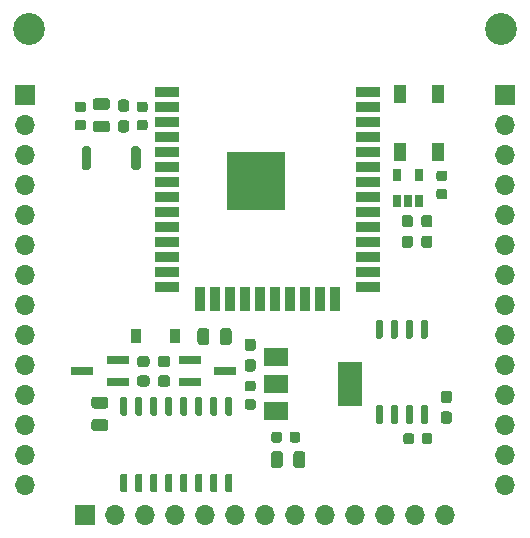
<source format=gts>
G04 #@! TF.GenerationSoftware,KiCad,Pcbnew,(5.1.8)-1*
G04 #@! TF.CreationDate,2022-05-07T10:28:52+02:00*
G04 #@! TF.ProjectId,SuperPower-uC-KiCad,53757065-7250-46f7-9765-722d75432d4b,rev?*
G04 #@! TF.SameCoordinates,Original*
G04 #@! TF.FileFunction,Soldermask,Top*
G04 #@! TF.FilePolarity,Negative*
%FSLAX46Y46*%
G04 Gerber Fmt 4.6, Leading zero omitted, Abs format (unit mm)*
G04 Created by KiCad (PCBNEW (5.1.8)-1) date 2022-05-07 10:28:52*
%MOMM*%
%LPD*%
G01*
G04 APERTURE LIST*
%ADD10R,0.650000X1.060000*%
%ADD11R,1.000000X1.500000*%
%ADD12C,2.700000*%
%ADD13O,1.700000X1.700000*%
%ADD14R,1.700000X1.700000*%
%ADD15R,2.000000X0.900000*%
%ADD16R,0.900000X2.000000*%
%ADD17R,5.000000X5.000000*%
%ADD18R,2.000000X1.500000*%
%ADD19R,2.000000X3.800000*%
%ADD20R,1.900000X0.800000*%
%ADD21R,0.900000X1.200000*%
G04 APERTURE END LIST*
G36*
G01*
X161716600Y-110867000D02*
X161716600Y-110367000D01*
G75*
G02*
X161941600Y-110142000I225000J0D01*
G01*
X162391600Y-110142000D01*
G75*
G02*
X162616600Y-110367000I0J-225000D01*
G01*
X162616600Y-110867000D01*
G75*
G02*
X162391600Y-111092000I-225000J0D01*
G01*
X161941600Y-111092000D01*
G75*
G02*
X161716600Y-110867000I0J225000D01*
G01*
G37*
G36*
G01*
X160166600Y-110867000D02*
X160166600Y-110367000D01*
G75*
G02*
X160391600Y-110142000I225000J0D01*
G01*
X160841600Y-110142000D01*
G75*
G02*
X161066600Y-110367000I0J-225000D01*
G01*
X161066600Y-110867000D01*
G75*
G02*
X160841600Y-111092000I-225000J0D01*
G01*
X160391600Y-111092000D01*
G75*
G02*
X160166600Y-110867000I0J225000D01*
G01*
G37*
G36*
G01*
X163173600Y-89465000D02*
X163673600Y-89465000D01*
G75*
G02*
X163898600Y-89690000I0J-225000D01*
G01*
X163898600Y-90140000D01*
G75*
G02*
X163673600Y-90365000I-225000J0D01*
G01*
X163173600Y-90365000D01*
G75*
G02*
X162948600Y-90140000I0J225000D01*
G01*
X162948600Y-89690000D01*
G75*
G02*
X163173600Y-89465000I225000J0D01*
G01*
G37*
G36*
G01*
X163173600Y-87915000D02*
X163673600Y-87915000D01*
G75*
G02*
X163898600Y-88140000I0J-225000D01*
G01*
X163898600Y-88590000D01*
G75*
G02*
X163673600Y-88815000I-225000J0D01*
G01*
X163173600Y-88815000D01*
G75*
G02*
X162948600Y-88590000I0J225000D01*
G01*
X162948600Y-88140000D01*
G75*
G02*
X163173600Y-87915000I225000J0D01*
G01*
G37*
G36*
G01*
X138299000Y-82973000D02*
X137799000Y-82973000D01*
G75*
G02*
X137574000Y-82748000I0J225000D01*
G01*
X137574000Y-82298000D01*
G75*
G02*
X137799000Y-82073000I225000J0D01*
G01*
X138299000Y-82073000D01*
G75*
G02*
X138524000Y-82298000I0J-225000D01*
G01*
X138524000Y-82748000D01*
G75*
G02*
X138299000Y-82973000I-225000J0D01*
G01*
G37*
G36*
G01*
X138299000Y-84523000D02*
X137799000Y-84523000D01*
G75*
G02*
X137574000Y-84298000I0J225000D01*
G01*
X137574000Y-83848000D01*
G75*
G02*
X137799000Y-83623000I225000J0D01*
G01*
X138299000Y-83623000D01*
G75*
G02*
X138524000Y-83848000I0J-225000D01*
G01*
X138524000Y-84298000D01*
G75*
G02*
X138299000Y-84523000I-225000J0D01*
G01*
G37*
G36*
G01*
X133066600Y-82973000D02*
X132566600Y-82973000D01*
G75*
G02*
X132341600Y-82748000I0J225000D01*
G01*
X132341600Y-82298000D01*
G75*
G02*
X132566600Y-82073000I225000J0D01*
G01*
X133066600Y-82073000D01*
G75*
G02*
X133291600Y-82298000I0J-225000D01*
G01*
X133291600Y-82748000D01*
G75*
G02*
X133066600Y-82973000I-225000J0D01*
G01*
G37*
G36*
G01*
X133066600Y-84523000D02*
X132566600Y-84523000D01*
G75*
G02*
X132341600Y-84298000I0J225000D01*
G01*
X132341600Y-83848000D01*
G75*
G02*
X132566600Y-83623000I225000J0D01*
G01*
X133066600Y-83623000D01*
G75*
G02*
X133291600Y-83848000I0J-225000D01*
G01*
X133291600Y-84298000D01*
G75*
G02*
X133066600Y-84523000I-225000J0D01*
G01*
G37*
G36*
G01*
X150527600Y-110740000D02*
X150527600Y-110240000D01*
G75*
G02*
X150752600Y-110015000I225000J0D01*
G01*
X151202600Y-110015000D01*
G75*
G02*
X151427600Y-110240000I0J-225000D01*
G01*
X151427600Y-110740000D01*
G75*
G02*
X151202600Y-110965000I-225000J0D01*
G01*
X150752600Y-110965000D01*
G75*
G02*
X150527600Y-110740000I0J225000D01*
G01*
G37*
G36*
G01*
X148977600Y-110740000D02*
X148977600Y-110240000D01*
G75*
G02*
X149202600Y-110015000I225000J0D01*
G01*
X149652600Y-110015000D01*
G75*
G02*
X149877600Y-110240000I0J-225000D01*
G01*
X149877600Y-110740000D01*
G75*
G02*
X149652600Y-110965000I-225000J0D01*
G01*
X149202600Y-110965000D01*
G75*
G02*
X148977600Y-110740000I0J225000D01*
G01*
G37*
G36*
G01*
X146943000Y-107273000D02*
X147443000Y-107273000D01*
G75*
G02*
X147668000Y-107498000I0J-225000D01*
G01*
X147668000Y-107948000D01*
G75*
G02*
X147443000Y-108173000I-225000J0D01*
G01*
X146943000Y-108173000D01*
G75*
G02*
X146718000Y-107948000I0J225000D01*
G01*
X146718000Y-107498000D01*
G75*
G02*
X146943000Y-107273000I225000J0D01*
G01*
G37*
G36*
G01*
X146943000Y-105723000D02*
X147443000Y-105723000D01*
G75*
G02*
X147668000Y-105948000I0J-225000D01*
G01*
X147668000Y-106398000D01*
G75*
G02*
X147443000Y-106623000I-225000J0D01*
G01*
X146943000Y-106623000D01*
G75*
G02*
X146718000Y-106398000I0J225000D01*
G01*
X146718000Y-105948000D01*
G75*
G02*
X146943000Y-105723000I225000J0D01*
G01*
G37*
G36*
G01*
X150853600Y-112870000D02*
X150853600Y-111920000D01*
G75*
G02*
X151103600Y-111670000I250000J0D01*
G01*
X151603600Y-111670000D01*
G75*
G02*
X151853600Y-111920000I0J-250000D01*
G01*
X151853600Y-112870000D01*
G75*
G02*
X151603600Y-113120000I-250000J0D01*
G01*
X151103600Y-113120000D01*
G75*
G02*
X150853600Y-112870000I0J250000D01*
G01*
G37*
G36*
G01*
X148953600Y-112870000D02*
X148953600Y-111920000D01*
G75*
G02*
X149203600Y-111670000I250000J0D01*
G01*
X149703600Y-111670000D01*
G75*
G02*
X149953600Y-111920000I0J-250000D01*
G01*
X149953600Y-112870000D01*
G75*
G02*
X149703600Y-113120000I-250000J0D01*
G01*
X149203600Y-113120000D01*
G75*
G02*
X148953600Y-112870000I0J250000D01*
G01*
G37*
G36*
G01*
X144630600Y-102456000D02*
X144630600Y-101506000D01*
G75*
G02*
X144880600Y-101256000I250000J0D01*
G01*
X145380600Y-101256000D01*
G75*
G02*
X145630600Y-101506000I0J-250000D01*
G01*
X145630600Y-102456000D01*
G75*
G02*
X145380600Y-102706000I-250000J0D01*
G01*
X144880600Y-102706000D01*
G75*
G02*
X144630600Y-102456000I0J250000D01*
G01*
G37*
G36*
G01*
X142730600Y-102456000D02*
X142730600Y-101506000D01*
G75*
G02*
X142980600Y-101256000I250000J0D01*
G01*
X143480600Y-101256000D01*
G75*
G02*
X143730600Y-101506000I0J-250000D01*
G01*
X143730600Y-102456000D01*
G75*
G02*
X143480600Y-102706000I-250000J0D01*
G01*
X142980600Y-102706000D01*
G75*
G02*
X142730600Y-102456000I0J250000D01*
G01*
G37*
D10*
X159618600Y-88265000D03*
X161518600Y-88265000D03*
X161518600Y-90465000D03*
X160568600Y-90465000D03*
X159618600Y-90465000D03*
D11*
X159867600Y-86307000D03*
X163067600Y-86307000D03*
X159867600Y-81407000D03*
X163067600Y-81407000D03*
G36*
G01*
X135069600Y-82796000D02*
X134119600Y-82796000D01*
G75*
G02*
X133869600Y-82546000I0J250000D01*
G01*
X133869600Y-82046000D01*
G75*
G02*
X134119600Y-81796000I250000J0D01*
G01*
X135069600Y-81796000D01*
G75*
G02*
X135319600Y-82046000I0J-250000D01*
G01*
X135319600Y-82546000D01*
G75*
G02*
X135069600Y-82796000I-250000J0D01*
G01*
G37*
G36*
G01*
X135069600Y-84696000D02*
X134119600Y-84696000D01*
G75*
G02*
X133869600Y-84446000I0J250000D01*
G01*
X133869600Y-83946000D01*
G75*
G02*
X134119600Y-83696000I250000J0D01*
G01*
X135069600Y-83696000D01*
G75*
G02*
X135319600Y-83946000I0J-250000D01*
G01*
X135319600Y-84446000D01*
G75*
G02*
X135069600Y-84696000I-250000J0D01*
G01*
G37*
G36*
G01*
X134942600Y-108069000D02*
X133992600Y-108069000D01*
G75*
G02*
X133742600Y-107819000I0J250000D01*
G01*
X133742600Y-107319000D01*
G75*
G02*
X133992600Y-107069000I250000J0D01*
G01*
X134942600Y-107069000D01*
G75*
G02*
X135192600Y-107319000I0J-250000D01*
G01*
X135192600Y-107819000D01*
G75*
G02*
X134942600Y-108069000I-250000J0D01*
G01*
G37*
G36*
G01*
X134942600Y-109969000D02*
X133992600Y-109969000D01*
G75*
G02*
X133742600Y-109719000I0J250000D01*
G01*
X133742600Y-109219000D01*
G75*
G02*
X133992600Y-108969000I250000J0D01*
G01*
X134942600Y-108969000D01*
G75*
G02*
X135192600Y-109219000I0J-250000D01*
G01*
X135192600Y-109719000D01*
G75*
G02*
X134942600Y-109969000I-250000J0D01*
G01*
G37*
D12*
X128432560Y-75905360D03*
X168462960Y-75905360D03*
G36*
G01*
X160740100Y-92727000D02*
X160265100Y-92727000D01*
G75*
G02*
X160027600Y-92489500I0J237500D01*
G01*
X160027600Y-91914500D01*
G75*
G02*
X160265100Y-91677000I237500J0D01*
G01*
X160740100Y-91677000D01*
G75*
G02*
X160977600Y-91914500I0J-237500D01*
G01*
X160977600Y-92489500D01*
G75*
G02*
X160740100Y-92727000I-237500J0D01*
G01*
G37*
G36*
G01*
X160740100Y-94477000D02*
X160265100Y-94477000D01*
G75*
G02*
X160027600Y-94239500I0J237500D01*
G01*
X160027600Y-93664500D01*
G75*
G02*
X160265100Y-93427000I237500J0D01*
G01*
X160740100Y-93427000D01*
G75*
G02*
X160977600Y-93664500I0J-237500D01*
G01*
X160977600Y-94239500D01*
G75*
G02*
X160740100Y-94477000I-237500J0D01*
G01*
G37*
G36*
G01*
X162391100Y-92727000D02*
X161916100Y-92727000D01*
G75*
G02*
X161678600Y-92489500I0J237500D01*
G01*
X161678600Y-91914500D01*
G75*
G02*
X161916100Y-91677000I237500J0D01*
G01*
X162391100Y-91677000D01*
G75*
G02*
X162628600Y-91914500I0J-237500D01*
G01*
X162628600Y-92489500D01*
G75*
G02*
X162391100Y-92727000I-237500J0D01*
G01*
G37*
G36*
G01*
X162391100Y-94477000D02*
X161916100Y-94477000D01*
G75*
G02*
X161678600Y-94239500I0J237500D01*
G01*
X161678600Y-93664500D01*
G75*
G02*
X161916100Y-93427000I237500J0D01*
G01*
X162391100Y-93427000D01*
G75*
G02*
X162628600Y-93664500I0J-237500D01*
G01*
X162628600Y-94239500D01*
G75*
G02*
X162391100Y-94477000I-237500J0D01*
G01*
G37*
D13*
X163677600Y-117094000D03*
X161137600Y-117094000D03*
X158597600Y-117094000D03*
X156057600Y-117094000D03*
X153517600Y-117094000D03*
X150977600Y-117094000D03*
X148437600Y-117094000D03*
X145897600Y-117094000D03*
X143357600Y-117094000D03*
X140817600Y-117094000D03*
X138277600Y-117094000D03*
X135737600Y-117094000D03*
D14*
X133197600Y-117094000D03*
G36*
G01*
X161800400Y-107759600D02*
X162100400Y-107759600D01*
G75*
G02*
X162250400Y-107909600I0J-150000D01*
G01*
X162250400Y-109209600D01*
G75*
G02*
X162100400Y-109359600I-150000J0D01*
G01*
X161800400Y-109359600D01*
G75*
G02*
X161650400Y-109209600I0J150000D01*
G01*
X161650400Y-107909600D01*
G75*
G02*
X161800400Y-107759600I150000J0D01*
G01*
G37*
G36*
G01*
X160530400Y-107759600D02*
X160830400Y-107759600D01*
G75*
G02*
X160980400Y-107909600I0J-150000D01*
G01*
X160980400Y-109209600D01*
G75*
G02*
X160830400Y-109359600I-150000J0D01*
G01*
X160530400Y-109359600D01*
G75*
G02*
X160380400Y-109209600I0J150000D01*
G01*
X160380400Y-107909600D01*
G75*
G02*
X160530400Y-107759600I150000J0D01*
G01*
G37*
G36*
G01*
X159260400Y-107759600D02*
X159560400Y-107759600D01*
G75*
G02*
X159710400Y-107909600I0J-150000D01*
G01*
X159710400Y-109209600D01*
G75*
G02*
X159560400Y-109359600I-150000J0D01*
G01*
X159260400Y-109359600D01*
G75*
G02*
X159110400Y-109209600I0J150000D01*
G01*
X159110400Y-107909600D01*
G75*
G02*
X159260400Y-107759600I150000J0D01*
G01*
G37*
G36*
G01*
X157990400Y-107759600D02*
X158290400Y-107759600D01*
G75*
G02*
X158440400Y-107909600I0J-150000D01*
G01*
X158440400Y-109209600D01*
G75*
G02*
X158290400Y-109359600I-150000J0D01*
G01*
X157990400Y-109359600D01*
G75*
G02*
X157840400Y-109209600I0J150000D01*
G01*
X157840400Y-107909600D01*
G75*
G02*
X157990400Y-107759600I150000J0D01*
G01*
G37*
G36*
G01*
X157990400Y-100559600D02*
X158290400Y-100559600D01*
G75*
G02*
X158440400Y-100709600I0J-150000D01*
G01*
X158440400Y-102009600D01*
G75*
G02*
X158290400Y-102159600I-150000J0D01*
G01*
X157990400Y-102159600D01*
G75*
G02*
X157840400Y-102009600I0J150000D01*
G01*
X157840400Y-100709600D01*
G75*
G02*
X157990400Y-100559600I150000J0D01*
G01*
G37*
G36*
G01*
X159260400Y-100559600D02*
X159560400Y-100559600D01*
G75*
G02*
X159710400Y-100709600I0J-150000D01*
G01*
X159710400Y-102009600D01*
G75*
G02*
X159560400Y-102159600I-150000J0D01*
G01*
X159260400Y-102159600D01*
G75*
G02*
X159110400Y-102009600I0J150000D01*
G01*
X159110400Y-100709600D01*
G75*
G02*
X159260400Y-100559600I150000J0D01*
G01*
G37*
G36*
G01*
X160530400Y-100559600D02*
X160830400Y-100559600D01*
G75*
G02*
X160980400Y-100709600I0J-150000D01*
G01*
X160980400Y-102009600D01*
G75*
G02*
X160830400Y-102159600I-150000J0D01*
G01*
X160530400Y-102159600D01*
G75*
G02*
X160380400Y-102009600I0J150000D01*
G01*
X160380400Y-100709600D01*
G75*
G02*
X160530400Y-100559600I150000J0D01*
G01*
G37*
G36*
G01*
X161800400Y-100559600D02*
X162100400Y-100559600D01*
G75*
G02*
X162250400Y-100709600I0J-150000D01*
G01*
X162250400Y-102009600D01*
G75*
G02*
X162100400Y-102159600I-150000J0D01*
G01*
X161800400Y-102159600D01*
G75*
G02*
X161650400Y-102009600I0J150000D01*
G01*
X161650400Y-100709600D01*
G75*
G02*
X161800400Y-100559600I150000J0D01*
G01*
G37*
D15*
X157182600Y-81305400D03*
X157182600Y-82575400D03*
X157182600Y-83845400D03*
X157182600Y-85115400D03*
X157182600Y-86385400D03*
X157182600Y-87655400D03*
X157182600Y-88925400D03*
X157182600Y-90195400D03*
X157182600Y-91465400D03*
X157182600Y-92735400D03*
X157182600Y-94005400D03*
X157182600Y-95275400D03*
X157182600Y-96545400D03*
X157182600Y-97815400D03*
D16*
X154397600Y-98815400D03*
X153127600Y-98815400D03*
X151857600Y-98815400D03*
X150587600Y-98815400D03*
X149317600Y-98815400D03*
X148047600Y-98815400D03*
X146777600Y-98815400D03*
X145507600Y-98815400D03*
X144237600Y-98815400D03*
X142967600Y-98815400D03*
D15*
X140182600Y-97815400D03*
X140182600Y-96545400D03*
X140182600Y-95275400D03*
X140182600Y-94005400D03*
X140182600Y-92735400D03*
X140182600Y-91465400D03*
X140182600Y-90195400D03*
X140182600Y-88925400D03*
X140182600Y-87655400D03*
X140182600Y-86385400D03*
X140182600Y-85115400D03*
X140182600Y-83845400D03*
X140182600Y-82575400D03*
X140182600Y-81305400D03*
D17*
X147682600Y-88805400D03*
G36*
G01*
X164042100Y-107614000D02*
X163567100Y-107614000D01*
G75*
G02*
X163329600Y-107376500I0J237500D01*
G01*
X163329600Y-106801500D01*
G75*
G02*
X163567100Y-106564000I237500J0D01*
G01*
X164042100Y-106564000D01*
G75*
G02*
X164279600Y-106801500I0J-237500D01*
G01*
X164279600Y-107376500D01*
G75*
G02*
X164042100Y-107614000I-237500J0D01*
G01*
G37*
G36*
G01*
X164042100Y-109364000D02*
X163567100Y-109364000D01*
G75*
G02*
X163329600Y-109126500I0J237500D01*
G01*
X163329600Y-108551500D01*
G75*
G02*
X163567100Y-108314000I237500J0D01*
G01*
X164042100Y-108314000D01*
G75*
G02*
X164279600Y-108551500I0J-237500D01*
G01*
X164279600Y-109126500D01*
G75*
G02*
X164042100Y-109364000I-237500J0D01*
G01*
G37*
G36*
G01*
X132915600Y-87668000D02*
X132915600Y-86068000D01*
G75*
G02*
X133115600Y-85868000I200000J0D01*
G01*
X133515600Y-85868000D01*
G75*
G02*
X133715600Y-86068000I0J-200000D01*
G01*
X133715600Y-87668000D01*
G75*
G02*
X133515600Y-87868000I-200000J0D01*
G01*
X133115600Y-87868000D01*
G75*
G02*
X132915600Y-87668000I0J200000D01*
G01*
G37*
G36*
G01*
X137115600Y-87668000D02*
X137115600Y-86068000D01*
G75*
G02*
X137315600Y-85868000I200000J0D01*
G01*
X137715600Y-85868000D01*
G75*
G02*
X137915600Y-86068000I0J-200000D01*
G01*
X137915600Y-87668000D01*
G75*
G02*
X137715600Y-87868000I-200000J0D01*
G01*
X137315600Y-87868000D01*
G75*
G02*
X137115600Y-87668000I0J200000D01*
G01*
G37*
D13*
X128117600Y-114554000D03*
X128117600Y-112014000D03*
X128117600Y-109474000D03*
X128117600Y-106934000D03*
X128117600Y-104394000D03*
X128117600Y-101854000D03*
X128117600Y-99314000D03*
X128117600Y-96774000D03*
X128117600Y-94234000D03*
X128117600Y-91694000D03*
X128117600Y-89154000D03*
X128117600Y-86614000D03*
X128117600Y-84074000D03*
D14*
X128117600Y-81534000D03*
D13*
X168757600Y-114554000D03*
X168757600Y-112014000D03*
X168757600Y-109474000D03*
X168757600Y-106934000D03*
X168757600Y-104394000D03*
X168757600Y-101854000D03*
X168757600Y-99314000D03*
X168757600Y-96774000D03*
X168757600Y-94234000D03*
X168757600Y-91694000D03*
X168757600Y-89154000D03*
X168757600Y-86614000D03*
X168757600Y-84074000D03*
D14*
X168757600Y-81534000D03*
D18*
X149377400Y-103680200D03*
X149377400Y-108280200D03*
X149377400Y-105980200D03*
D19*
X155677400Y-105980200D03*
G36*
G01*
X136649600Y-108676200D02*
X136349600Y-108676200D01*
G75*
G02*
X136199600Y-108526200I0J150000D01*
G01*
X136199600Y-107226200D01*
G75*
G02*
X136349600Y-107076200I150000J0D01*
G01*
X136649600Y-107076200D01*
G75*
G02*
X136799600Y-107226200I0J-150000D01*
G01*
X136799600Y-108526200D01*
G75*
G02*
X136649600Y-108676200I-150000J0D01*
G01*
G37*
G36*
G01*
X137919600Y-108676200D02*
X137619600Y-108676200D01*
G75*
G02*
X137469600Y-108526200I0J150000D01*
G01*
X137469600Y-107226200D01*
G75*
G02*
X137619600Y-107076200I150000J0D01*
G01*
X137919600Y-107076200D01*
G75*
G02*
X138069600Y-107226200I0J-150000D01*
G01*
X138069600Y-108526200D01*
G75*
G02*
X137919600Y-108676200I-150000J0D01*
G01*
G37*
G36*
G01*
X139189600Y-108676200D02*
X138889600Y-108676200D01*
G75*
G02*
X138739600Y-108526200I0J150000D01*
G01*
X138739600Y-107226200D01*
G75*
G02*
X138889600Y-107076200I150000J0D01*
G01*
X139189600Y-107076200D01*
G75*
G02*
X139339600Y-107226200I0J-150000D01*
G01*
X139339600Y-108526200D01*
G75*
G02*
X139189600Y-108676200I-150000J0D01*
G01*
G37*
G36*
G01*
X140459600Y-108676200D02*
X140159600Y-108676200D01*
G75*
G02*
X140009600Y-108526200I0J150000D01*
G01*
X140009600Y-107226200D01*
G75*
G02*
X140159600Y-107076200I150000J0D01*
G01*
X140459600Y-107076200D01*
G75*
G02*
X140609600Y-107226200I0J-150000D01*
G01*
X140609600Y-108526200D01*
G75*
G02*
X140459600Y-108676200I-150000J0D01*
G01*
G37*
G36*
G01*
X141729600Y-108676200D02*
X141429600Y-108676200D01*
G75*
G02*
X141279600Y-108526200I0J150000D01*
G01*
X141279600Y-107226200D01*
G75*
G02*
X141429600Y-107076200I150000J0D01*
G01*
X141729600Y-107076200D01*
G75*
G02*
X141879600Y-107226200I0J-150000D01*
G01*
X141879600Y-108526200D01*
G75*
G02*
X141729600Y-108676200I-150000J0D01*
G01*
G37*
G36*
G01*
X142999600Y-108676200D02*
X142699600Y-108676200D01*
G75*
G02*
X142549600Y-108526200I0J150000D01*
G01*
X142549600Y-107226200D01*
G75*
G02*
X142699600Y-107076200I150000J0D01*
G01*
X142999600Y-107076200D01*
G75*
G02*
X143149600Y-107226200I0J-150000D01*
G01*
X143149600Y-108526200D01*
G75*
G02*
X142999600Y-108676200I-150000J0D01*
G01*
G37*
G36*
G01*
X144269600Y-108676200D02*
X143969600Y-108676200D01*
G75*
G02*
X143819600Y-108526200I0J150000D01*
G01*
X143819600Y-107226200D01*
G75*
G02*
X143969600Y-107076200I150000J0D01*
G01*
X144269600Y-107076200D01*
G75*
G02*
X144419600Y-107226200I0J-150000D01*
G01*
X144419600Y-108526200D01*
G75*
G02*
X144269600Y-108676200I-150000J0D01*
G01*
G37*
G36*
G01*
X145539600Y-108676200D02*
X145239600Y-108676200D01*
G75*
G02*
X145089600Y-108526200I0J150000D01*
G01*
X145089600Y-107226200D01*
G75*
G02*
X145239600Y-107076200I150000J0D01*
G01*
X145539600Y-107076200D01*
G75*
G02*
X145689600Y-107226200I0J-150000D01*
G01*
X145689600Y-108526200D01*
G75*
G02*
X145539600Y-108676200I-150000J0D01*
G01*
G37*
G36*
G01*
X145539600Y-115176200D02*
X145239600Y-115176200D01*
G75*
G02*
X145089600Y-115026200I0J150000D01*
G01*
X145089600Y-113726200D01*
G75*
G02*
X145239600Y-113576200I150000J0D01*
G01*
X145539600Y-113576200D01*
G75*
G02*
X145689600Y-113726200I0J-150000D01*
G01*
X145689600Y-115026200D01*
G75*
G02*
X145539600Y-115176200I-150000J0D01*
G01*
G37*
G36*
G01*
X144269600Y-115176200D02*
X143969600Y-115176200D01*
G75*
G02*
X143819600Y-115026200I0J150000D01*
G01*
X143819600Y-113726200D01*
G75*
G02*
X143969600Y-113576200I150000J0D01*
G01*
X144269600Y-113576200D01*
G75*
G02*
X144419600Y-113726200I0J-150000D01*
G01*
X144419600Y-115026200D01*
G75*
G02*
X144269600Y-115176200I-150000J0D01*
G01*
G37*
G36*
G01*
X142999600Y-115176200D02*
X142699600Y-115176200D01*
G75*
G02*
X142549600Y-115026200I0J150000D01*
G01*
X142549600Y-113726200D01*
G75*
G02*
X142699600Y-113576200I150000J0D01*
G01*
X142999600Y-113576200D01*
G75*
G02*
X143149600Y-113726200I0J-150000D01*
G01*
X143149600Y-115026200D01*
G75*
G02*
X142999600Y-115176200I-150000J0D01*
G01*
G37*
G36*
G01*
X141729600Y-115176200D02*
X141429600Y-115176200D01*
G75*
G02*
X141279600Y-115026200I0J150000D01*
G01*
X141279600Y-113726200D01*
G75*
G02*
X141429600Y-113576200I150000J0D01*
G01*
X141729600Y-113576200D01*
G75*
G02*
X141879600Y-113726200I0J-150000D01*
G01*
X141879600Y-115026200D01*
G75*
G02*
X141729600Y-115176200I-150000J0D01*
G01*
G37*
G36*
G01*
X140459600Y-115176200D02*
X140159600Y-115176200D01*
G75*
G02*
X140009600Y-115026200I0J150000D01*
G01*
X140009600Y-113726200D01*
G75*
G02*
X140159600Y-113576200I150000J0D01*
G01*
X140459600Y-113576200D01*
G75*
G02*
X140609600Y-113726200I0J-150000D01*
G01*
X140609600Y-115026200D01*
G75*
G02*
X140459600Y-115176200I-150000J0D01*
G01*
G37*
G36*
G01*
X139189600Y-115176200D02*
X138889600Y-115176200D01*
G75*
G02*
X138739600Y-115026200I0J150000D01*
G01*
X138739600Y-113726200D01*
G75*
G02*
X138889600Y-113576200I150000J0D01*
G01*
X139189600Y-113576200D01*
G75*
G02*
X139339600Y-113726200I0J-150000D01*
G01*
X139339600Y-115026200D01*
G75*
G02*
X139189600Y-115176200I-150000J0D01*
G01*
G37*
G36*
G01*
X137919600Y-115176200D02*
X137619600Y-115176200D01*
G75*
G02*
X137469600Y-115026200I0J150000D01*
G01*
X137469600Y-113726200D01*
G75*
G02*
X137619600Y-113576200I150000J0D01*
G01*
X137919600Y-113576200D01*
G75*
G02*
X138069600Y-113726200I0J-150000D01*
G01*
X138069600Y-115026200D01*
G75*
G02*
X137919600Y-115176200I-150000J0D01*
G01*
G37*
G36*
G01*
X136649600Y-115176200D02*
X136349600Y-115176200D01*
G75*
G02*
X136199600Y-115026200I0J150000D01*
G01*
X136199600Y-113726200D01*
G75*
G02*
X136349600Y-113576200I150000J0D01*
G01*
X136649600Y-113576200D01*
G75*
G02*
X136799600Y-113726200I0J-150000D01*
G01*
X136799600Y-115026200D01*
G75*
G02*
X136649600Y-115176200I-150000J0D01*
G01*
G37*
G36*
G01*
X146955500Y-103894400D02*
X147430500Y-103894400D01*
G75*
G02*
X147668000Y-104131900I0J-237500D01*
G01*
X147668000Y-104706900D01*
G75*
G02*
X147430500Y-104944400I-237500J0D01*
G01*
X146955500Y-104944400D01*
G75*
G02*
X146718000Y-104706900I0J237500D01*
G01*
X146718000Y-104131900D01*
G75*
G02*
X146955500Y-103894400I237500J0D01*
G01*
G37*
G36*
G01*
X146955500Y-102144400D02*
X147430500Y-102144400D01*
G75*
G02*
X147668000Y-102381900I0J-237500D01*
G01*
X147668000Y-102956900D01*
G75*
G02*
X147430500Y-103194400I-237500J0D01*
G01*
X146955500Y-103194400D01*
G75*
G02*
X146718000Y-102956900I0J237500D01*
G01*
X146718000Y-102381900D01*
G75*
G02*
X146955500Y-102144400I237500J0D01*
G01*
G37*
G36*
G01*
X136236700Y-83648000D02*
X136711700Y-83648000D01*
G75*
G02*
X136949200Y-83885500I0J-237500D01*
G01*
X136949200Y-84460500D01*
G75*
G02*
X136711700Y-84698000I-237500J0D01*
G01*
X136236700Y-84698000D01*
G75*
G02*
X135999200Y-84460500I0J237500D01*
G01*
X135999200Y-83885500D01*
G75*
G02*
X136236700Y-83648000I237500J0D01*
G01*
G37*
G36*
G01*
X136236700Y-81898000D02*
X136711700Y-81898000D01*
G75*
G02*
X136949200Y-82135500I0J-237500D01*
G01*
X136949200Y-82710500D01*
G75*
G02*
X136711700Y-82948000I-237500J0D01*
G01*
X136236700Y-82948000D01*
G75*
G02*
X135999200Y-82710500I0J237500D01*
G01*
X135999200Y-82135500D01*
G75*
G02*
X136236700Y-81898000I237500J0D01*
G01*
G37*
G36*
G01*
X139375600Y-105977700D02*
X139375600Y-105502700D01*
G75*
G02*
X139613100Y-105265200I237500J0D01*
G01*
X140188100Y-105265200D01*
G75*
G02*
X140425600Y-105502700I0J-237500D01*
G01*
X140425600Y-105977700D01*
G75*
G02*
X140188100Y-106215200I-237500J0D01*
G01*
X139613100Y-106215200D01*
G75*
G02*
X139375600Y-105977700I0J237500D01*
G01*
G37*
G36*
G01*
X137625600Y-105977700D02*
X137625600Y-105502700D01*
G75*
G02*
X137863100Y-105265200I237500J0D01*
G01*
X138438100Y-105265200D01*
G75*
G02*
X138675600Y-105502700I0J-237500D01*
G01*
X138675600Y-105977700D01*
G75*
G02*
X138438100Y-106215200I-237500J0D01*
G01*
X137863100Y-106215200D01*
G75*
G02*
X137625600Y-105977700I0J237500D01*
G01*
G37*
G36*
G01*
X138675600Y-103851700D02*
X138675600Y-104326700D01*
G75*
G02*
X138438100Y-104564200I-237500J0D01*
G01*
X137863100Y-104564200D01*
G75*
G02*
X137625600Y-104326700I0J237500D01*
G01*
X137625600Y-103851700D01*
G75*
G02*
X137863100Y-103614200I237500J0D01*
G01*
X138438100Y-103614200D01*
G75*
G02*
X138675600Y-103851700I0J-237500D01*
G01*
G37*
G36*
G01*
X140425600Y-103851700D02*
X140425600Y-104326700D01*
G75*
G02*
X140188100Y-104564200I-237500J0D01*
G01*
X139613100Y-104564200D01*
G75*
G02*
X139375600Y-104326700I0J237500D01*
G01*
X139375600Y-103851700D01*
G75*
G02*
X139613100Y-103614200I237500J0D01*
G01*
X140188100Y-103614200D01*
G75*
G02*
X140425600Y-103851700I0J-237500D01*
G01*
G37*
D20*
X132991600Y-104912200D03*
X135991600Y-103962200D03*
X135991600Y-105862200D03*
X145087600Y-104912200D03*
X142087600Y-105862200D03*
X142087600Y-103962200D03*
D21*
X140817600Y-101930200D03*
X137517600Y-101930200D03*
M02*

</source>
